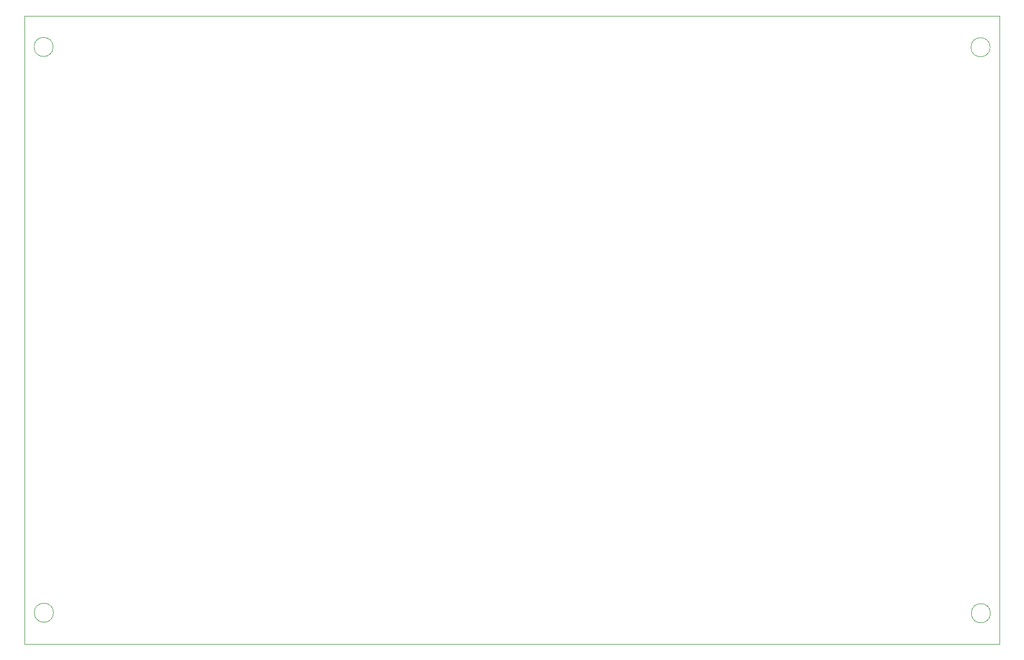
<source format=gbr>
%TF.GenerationSoftware,KiCad,Pcbnew,6.0.2+dfsg-1*%
%TF.CreationDate,2023-03-05T21:27:34-05:00*%
%TF.ProjectId,BFUSB_HUB,42465553-425f-4485-9542-2e6b69636164,rev?*%
%TF.SameCoordinates,Original*%
%TF.FileFunction,Other,User*%
%FSLAX46Y46*%
G04 Gerber Fmt 4.6, Leading zero omitted, Abs format (unit mm)*
G04 Created by KiCad (PCBNEW 6.0.2+dfsg-1) date 2023-03-05 21:27:34*
%MOMM*%
%LPD*%
G01*
G04 APERTURE LIST*
%TA.AperFunction,Profile*%
%ADD10C,0.100000*%
%TD*%
G04 APERTURE END LIST*
D10*
X75676843Y-108350000D02*
G75*
G03*
X75676843Y-108350000I-1526843J0D01*
G01*
X224648975Y-108425000D02*
G75*
G03*
X224648975Y-108425000I-1523975J0D01*
G01*
X224595691Y-18325000D02*
G75*
G03*
X224595691Y-18325000I-1520691J0D01*
G01*
X75620691Y-18275000D02*
G75*
G03*
X75620691Y-18275000I-1520691J0D01*
G01*
X71100000Y-13325000D02*
X226100000Y-13325000D01*
X226100000Y-13325000D02*
X226100000Y-113325000D01*
X226100000Y-113325000D02*
X71100000Y-113325000D01*
X71100000Y-113325000D02*
X71100000Y-13325000D01*
M02*

</source>
